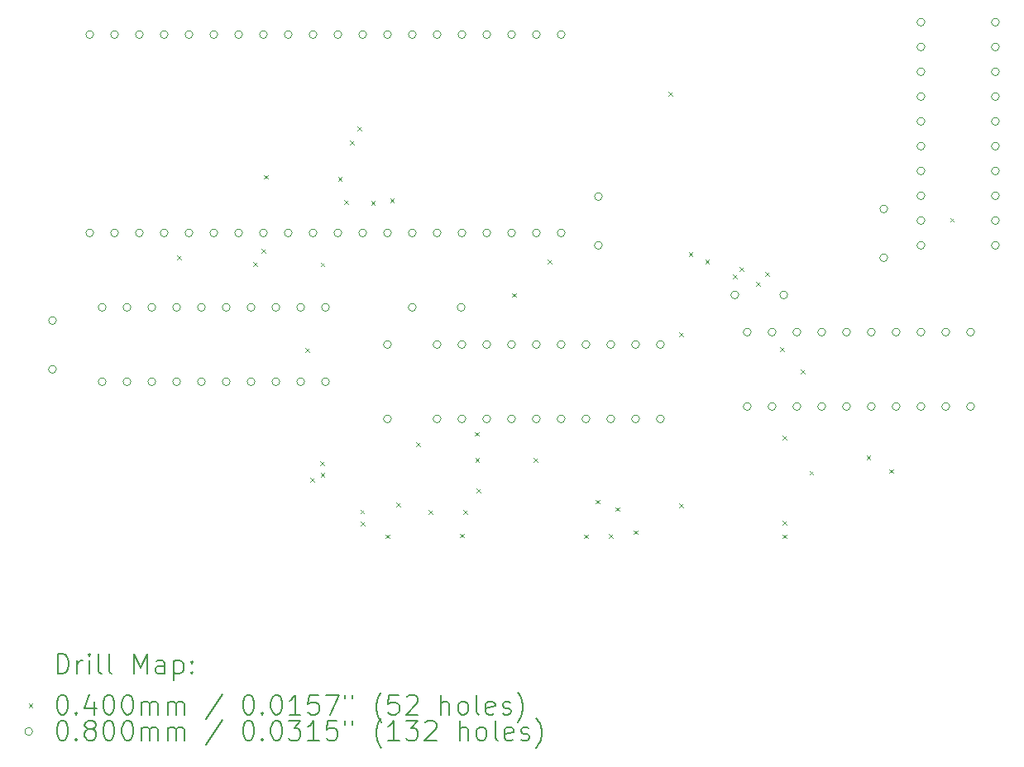
<source format=gbr>
%TF.GenerationSoftware,KiCad,Pcbnew,(6.0.9)*%
%TF.CreationDate,2023-07-19T22:39:06+02:00*%
%TF.ProjectId,Cartucho_MSX_Tang_Nano_20k_V9958,43617274-7563-4686-9f5f-4d53585f5461,rev?*%
%TF.SameCoordinates,Original*%
%TF.FileFunction,Drillmap*%
%TF.FilePolarity,Positive*%
%FSLAX45Y45*%
G04 Gerber Fmt 4.5, Leading zero omitted, Abs format (unit mm)*
G04 Created by KiCad (PCBNEW (6.0.9)) date 2023-07-19 22:39:06*
%MOMM*%
%LPD*%
G01*
G04 APERTURE LIST*
%ADD10C,0.200000*%
%ADD11C,0.040000*%
%ADD12C,0.080000*%
G04 APERTURE END LIST*
D10*
D11*
X7120200Y-10394230D02*
X7160200Y-10434230D01*
X7160200Y-10394230D02*
X7120200Y-10434230D01*
X7895360Y-10462170D02*
X7935360Y-10502170D01*
X7935360Y-10462170D02*
X7895360Y-10502170D01*
X7981050Y-10321910D02*
X8021050Y-10361910D01*
X8021050Y-10321910D02*
X7981050Y-10361910D01*
X8008630Y-9565950D02*
X8048630Y-9605950D01*
X8048630Y-9565950D02*
X8008630Y-9605950D01*
X8428870Y-11341510D02*
X8468870Y-11381510D01*
X8468870Y-11341510D02*
X8428870Y-11381510D01*
X8483590Y-12670500D02*
X8523590Y-12710500D01*
X8523590Y-12670500D02*
X8483590Y-12710500D01*
X8582640Y-12498840D02*
X8622640Y-12538840D01*
X8622640Y-12498840D02*
X8582640Y-12538840D01*
X8587390Y-10463610D02*
X8627390Y-10503610D01*
X8627390Y-10463610D02*
X8587390Y-10503610D01*
X8587410Y-12620490D02*
X8627410Y-12660490D01*
X8627410Y-12620490D02*
X8587410Y-12660490D01*
X8764510Y-9588530D02*
X8804510Y-9628530D01*
X8804510Y-9588530D02*
X8764510Y-9628530D01*
X8829220Y-9823060D02*
X8869220Y-9863060D01*
X8869220Y-9823060D02*
X8829220Y-9863060D01*
X8886630Y-9215460D02*
X8926630Y-9255460D01*
X8926630Y-9215460D02*
X8886630Y-9255460D01*
X8961380Y-9070560D02*
X9001380Y-9110560D01*
X9001380Y-9070560D02*
X8961380Y-9110560D01*
X8993180Y-12995850D02*
X9033180Y-13035850D01*
X9033180Y-12995850D02*
X8993180Y-13035850D01*
X8997730Y-13120100D02*
X9037730Y-13160100D01*
X9037730Y-13120100D02*
X8997730Y-13160100D01*
X9104080Y-9833870D02*
X9144080Y-9873870D01*
X9144080Y-9833870D02*
X9104080Y-9873870D01*
X9251000Y-13249660D02*
X9291000Y-13289660D01*
X9291000Y-13249660D02*
X9251000Y-13289660D01*
X9297780Y-9808510D02*
X9337780Y-9848510D01*
X9337780Y-9808510D02*
X9297780Y-9848510D01*
X9361550Y-12920840D02*
X9401550Y-12960840D01*
X9401550Y-12920840D02*
X9361550Y-12960840D01*
X9568010Y-12304550D02*
X9608010Y-12344550D01*
X9608010Y-12304550D02*
X9568010Y-12344550D01*
X9695020Y-13000340D02*
X9735020Y-13040340D01*
X9735020Y-13000340D02*
X9695020Y-13040340D01*
X10010840Y-13241930D02*
X10050840Y-13281930D01*
X10050840Y-13241930D02*
X10010840Y-13281930D01*
X10050120Y-13000500D02*
X10090120Y-13040500D01*
X10090120Y-13000500D02*
X10050120Y-13040500D01*
X10163200Y-12200010D02*
X10203200Y-12240010D01*
X10203200Y-12200010D02*
X10163200Y-12240010D01*
X10171480Y-12467660D02*
X10211480Y-12507660D01*
X10211480Y-12467660D02*
X10171480Y-12507660D01*
X10185640Y-12779600D02*
X10225640Y-12819600D01*
X10225640Y-12779600D02*
X10185640Y-12819600D01*
X10545290Y-10776270D02*
X10585290Y-10816270D01*
X10585290Y-10776270D02*
X10545290Y-10816270D01*
X10767140Y-12467660D02*
X10807140Y-12507660D01*
X10807140Y-12467660D02*
X10767140Y-12507660D01*
X10912430Y-10433430D02*
X10952430Y-10473430D01*
X10952430Y-10433430D02*
X10912430Y-10473430D01*
X11282060Y-13249660D02*
X11322060Y-13289660D01*
X11322060Y-13249660D02*
X11282060Y-13289660D01*
X11403630Y-12894650D02*
X11443630Y-12934650D01*
X11443630Y-12894650D02*
X11403630Y-12934650D01*
X11540100Y-13242200D02*
X11580100Y-13282200D01*
X11580100Y-13242200D02*
X11540100Y-13282200D01*
X11604070Y-12969670D02*
X11644070Y-13009670D01*
X11644070Y-12969670D02*
X11604070Y-13009670D01*
X11791000Y-13207450D02*
X11831000Y-13247450D01*
X11831000Y-13207450D02*
X11791000Y-13247450D01*
X12146740Y-8717030D02*
X12186740Y-8757030D01*
X12186740Y-8717030D02*
X12146740Y-8757030D01*
X12256640Y-11178590D02*
X12296640Y-11218590D01*
X12296640Y-11178590D02*
X12256640Y-11218590D01*
X12258590Y-12934590D02*
X12298590Y-12974590D01*
X12298590Y-12934590D02*
X12258590Y-12974590D01*
X12353850Y-10357260D02*
X12393850Y-10397260D01*
X12393850Y-10357260D02*
X12353850Y-10397260D01*
X12523750Y-10436620D02*
X12563750Y-10476620D01*
X12563750Y-10436620D02*
X12523750Y-10476620D01*
X12810490Y-10587210D02*
X12850490Y-10627210D01*
X12850490Y-10587210D02*
X12810490Y-10627210D01*
X12878200Y-10509060D02*
X12918200Y-10549060D01*
X12918200Y-10509060D02*
X12878200Y-10549060D01*
X13043330Y-10659950D02*
X13083330Y-10699950D01*
X13083330Y-10659950D02*
X13043330Y-10699950D01*
X13136260Y-10563510D02*
X13176260Y-10603510D01*
X13176260Y-10563510D02*
X13136260Y-10603510D01*
X13289290Y-11332660D02*
X13329290Y-11372660D01*
X13329290Y-11332660D02*
X13289290Y-11372660D01*
X13315000Y-13107920D02*
X13355000Y-13147920D01*
X13355000Y-13107920D02*
X13315000Y-13147920D01*
X13315000Y-13249660D02*
X13355000Y-13289660D01*
X13355000Y-13249660D02*
X13315000Y-13289660D01*
X13315240Y-12240280D02*
X13355240Y-12280280D01*
X13355240Y-12240280D02*
X13315240Y-12280280D01*
X13503670Y-11562290D02*
X13543670Y-11602290D01*
X13543670Y-11562290D02*
X13503670Y-11602290D01*
X13590700Y-12598460D02*
X13630700Y-12638460D01*
X13630700Y-12598460D02*
X13590700Y-12638460D01*
X14175270Y-12442370D02*
X14215270Y-12482370D01*
X14215270Y-12442370D02*
X14175270Y-12482370D01*
X14405800Y-12580630D02*
X14445800Y-12620630D01*
X14445800Y-12580630D02*
X14405800Y-12620630D01*
X15030170Y-10006140D02*
X15070170Y-10046140D01*
X15070170Y-10006140D02*
X15030170Y-10046140D01*
D12*
X5882000Y-11057000D02*
G75*
G03*
X5882000Y-11057000I-40000J0D01*
G01*
X5882000Y-11557000D02*
G75*
G03*
X5882000Y-11557000I-40000J0D01*
G01*
X6263000Y-8127500D02*
G75*
G03*
X6263000Y-8127500I-40000J0D01*
G01*
X6263000Y-10159500D02*
G75*
G03*
X6263000Y-10159500I-40000J0D01*
G01*
X6390500Y-10922000D02*
G75*
G03*
X6390500Y-10922000I-40000J0D01*
G01*
X6390500Y-11684000D02*
G75*
G03*
X6390500Y-11684000I-40000J0D01*
G01*
X6517000Y-8127500D02*
G75*
G03*
X6517000Y-8127500I-40000J0D01*
G01*
X6517000Y-10159500D02*
G75*
G03*
X6517000Y-10159500I-40000J0D01*
G01*
X6644500Y-10922000D02*
G75*
G03*
X6644500Y-10922000I-40000J0D01*
G01*
X6644500Y-11684000D02*
G75*
G03*
X6644500Y-11684000I-40000J0D01*
G01*
X6771000Y-8127500D02*
G75*
G03*
X6771000Y-8127500I-40000J0D01*
G01*
X6771000Y-10159500D02*
G75*
G03*
X6771000Y-10159500I-40000J0D01*
G01*
X6898500Y-10922000D02*
G75*
G03*
X6898500Y-10922000I-40000J0D01*
G01*
X6898500Y-11684000D02*
G75*
G03*
X6898500Y-11684000I-40000J0D01*
G01*
X7025000Y-8127500D02*
G75*
G03*
X7025000Y-8127500I-40000J0D01*
G01*
X7025000Y-10159500D02*
G75*
G03*
X7025000Y-10159500I-40000J0D01*
G01*
X7152500Y-10922000D02*
G75*
G03*
X7152500Y-10922000I-40000J0D01*
G01*
X7152500Y-11684000D02*
G75*
G03*
X7152500Y-11684000I-40000J0D01*
G01*
X7279000Y-8127500D02*
G75*
G03*
X7279000Y-8127500I-40000J0D01*
G01*
X7279000Y-10159500D02*
G75*
G03*
X7279000Y-10159500I-40000J0D01*
G01*
X7406500Y-10922000D02*
G75*
G03*
X7406500Y-10922000I-40000J0D01*
G01*
X7406500Y-11684000D02*
G75*
G03*
X7406500Y-11684000I-40000J0D01*
G01*
X7533000Y-8127500D02*
G75*
G03*
X7533000Y-8127500I-40000J0D01*
G01*
X7533000Y-10159500D02*
G75*
G03*
X7533000Y-10159500I-40000J0D01*
G01*
X7660500Y-10922000D02*
G75*
G03*
X7660500Y-10922000I-40000J0D01*
G01*
X7660500Y-11684000D02*
G75*
G03*
X7660500Y-11684000I-40000J0D01*
G01*
X7787000Y-8127500D02*
G75*
G03*
X7787000Y-8127500I-40000J0D01*
G01*
X7787000Y-10159500D02*
G75*
G03*
X7787000Y-10159500I-40000J0D01*
G01*
X7914500Y-10922000D02*
G75*
G03*
X7914500Y-10922000I-40000J0D01*
G01*
X7914500Y-11684000D02*
G75*
G03*
X7914500Y-11684000I-40000J0D01*
G01*
X8041000Y-8127500D02*
G75*
G03*
X8041000Y-8127500I-40000J0D01*
G01*
X8041000Y-10159500D02*
G75*
G03*
X8041000Y-10159500I-40000J0D01*
G01*
X8168500Y-10922000D02*
G75*
G03*
X8168500Y-10922000I-40000J0D01*
G01*
X8168500Y-11684000D02*
G75*
G03*
X8168500Y-11684000I-40000J0D01*
G01*
X8295000Y-8127500D02*
G75*
G03*
X8295000Y-8127500I-40000J0D01*
G01*
X8295000Y-10159500D02*
G75*
G03*
X8295000Y-10159500I-40000J0D01*
G01*
X8422500Y-10922000D02*
G75*
G03*
X8422500Y-10922000I-40000J0D01*
G01*
X8422500Y-11684000D02*
G75*
G03*
X8422500Y-11684000I-40000J0D01*
G01*
X8549000Y-8127500D02*
G75*
G03*
X8549000Y-8127500I-40000J0D01*
G01*
X8549000Y-10159500D02*
G75*
G03*
X8549000Y-10159500I-40000J0D01*
G01*
X8676500Y-10922000D02*
G75*
G03*
X8676500Y-10922000I-40000J0D01*
G01*
X8676500Y-11684000D02*
G75*
G03*
X8676500Y-11684000I-40000J0D01*
G01*
X8803000Y-8127500D02*
G75*
G03*
X8803000Y-8127500I-40000J0D01*
G01*
X8803000Y-10159500D02*
G75*
G03*
X8803000Y-10159500I-40000J0D01*
G01*
X9057000Y-8127500D02*
G75*
G03*
X9057000Y-8127500I-40000J0D01*
G01*
X9057000Y-10159500D02*
G75*
G03*
X9057000Y-10159500I-40000J0D01*
G01*
X9311000Y-8127500D02*
G75*
G03*
X9311000Y-8127500I-40000J0D01*
G01*
X9311000Y-10159500D02*
G75*
G03*
X9311000Y-10159500I-40000J0D01*
G01*
X9311000Y-11303000D02*
G75*
G03*
X9311000Y-11303000I-40000J0D01*
G01*
X9311000Y-12065000D02*
G75*
G03*
X9311000Y-12065000I-40000J0D01*
G01*
X9565000Y-8127500D02*
G75*
G03*
X9565000Y-8127500I-40000J0D01*
G01*
X9565000Y-10159500D02*
G75*
G03*
X9565000Y-10159500I-40000J0D01*
G01*
X9565000Y-10922000D02*
G75*
G03*
X9565000Y-10922000I-40000J0D01*
G01*
X9819000Y-8127500D02*
G75*
G03*
X9819000Y-8127500I-40000J0D01*
G01*
X9819000Y-10159500D02*
G75*
G03*
X9819000Y-10159500I-40000J0D01*
G01*
X9819000Y-11303000D02*
G75*
G03*
X9819000Y-11303000I-40000J0D01*
G01*
X9819000Y-12065000D02*
G75*
G03*
X9819000Y-12065000I-40000J0D01*
G01*
X10065000Y-10922000D02*
G75*
G03*
X10065000Y-10922000I-40000J0D01*
G01*
X10073000Y-8127500D02*
G75*
G03*
X10073000Y-8127500I-40000J0D01*
G01*
X10073000Y-10159500D02*
G75*
G03*
X10073000Y-10159500I-40000J0D01*
G01*
X10073000Y-11303000D02*
G75*
G03*
X10073000Y-11303000I-40000J0D01*
G01*
X10073000Y-12065000D02*
G75*
G03*
X10073000Y-12065000I-40000J0D01*
G01*
X10327000Y-8127500D02*
G75*
G03*
X10327000Y-8127500I-40000J0D01*
G01*
X10327000Y-10159500D02*
G75*
G03*
X10327000Y-10159500I-40000J0D01*
G01*
X10327000Y-11303000D02*
G75*
G03*
X10327000Y-11303000I-40000J0D01*
G01*
X10327000Y-12065000D02*
G75*
G03*
X10327000Y-12065000I-40000J0D01*
G01*
X10581000Y-8127500D02*
G75*
G03*
X10581000Y-8127500I-40000J0D01*
G01*
X10581000Y-10159500D02*
G75*
G03*
X10581000Y-10159500I-40000J0D01*
G01*
X10581000Y-11303000D02*
G75*
G03*
X10581000Y-11303000I-40000J0D01*
G01*
X10581000Y-12065000D02*
G75*
G03*
X10581000Y-12065000I-40000J0D01*
G01*
X10835000Y-8127500D02*
G75*
G03*
X10835000Y-8127500I-40000J0D01*
G01*
X10835000Y-10159500D02*
G75*
G03*
X10835000Y-10159500I-40000J0D01*
G01*
X10835000Y-11303000D02*
G75*
G03*
X10835000Y-11303000I-40000J0D01*
G01*
X10835000Y-12065000D02*
G75*
G03*
X10835000Y-12065000I-40000J0D01*
G01*
X11089000Y-8127500D02*
G75*
G03*
X11089000Y-8127500I-40000J0D01*
G01*
X11089000Y-10159500D02*
G75*
G03*
X11089000Y-10159500I-40000J0D01*
G01*
X11089000Y-11303000D02*
G75*
G03*
X11089000Y-11303000I-40000J0D01*
G01*
X11089000Y-12065000D02*
G75*
G03*
X11089000Y-12065000I-40000J0D01*
G01*
X11343000Y-11303000D02*
G75*
G03*
X11343000Y-11303000I-40000J0D01*
G01*
X11343000Y-12065000D02*
G75*
G03*
X11343000Y-12065000I-40000J0D01*
G01*
X11470000Y-9787000D02*
G75*
G03*
X11470000Y-9787000I-40000J0D01*
G01*
X11470000Y-10287000D02*
G75*
G03*
X11470000Y-10287000I-40000J0D01*
G01*
X11597000Y-11303000D02*
G75*
G03*
X11597000Y-11303000I-40000J0D01*
G01*
X11597000Y-12065000D02*
G75*
G03*
X11597000Y-12065000I-40000J0D01*
G01*
X11851000Y-11303000D02*
G75*
G03*
X11851000Y-11303000I-40000J0D01*
G01*
X11851000Y-12065000D02*
G75*
G03*
X11851000Y-12065000I-40000J0D01*
G01*
X12105000Y-11303000D02*
G75*
G03*
X12105000Y-11303000I-40000J0D01*
G01*
X12105000Y-12065000D02*
G75*
G03*
X12105000Y-12065000I-40000J0D01*
G01*
X12867000Y-10795000D02*
G75*
G03*
X12867000Y-10795000I-40000J0D01*
G01*
X12994000Y-11176000D02*
G75*
G03*
X12994000Y-11176000I-40000J0D01*
G01*
X12994000Y-11938000D02*
G75*
G03*
X12994000Y-11938000I-40000J0D01*
G01*
X13248000Y-11176000D02*
G75*
G03*
X13248000Y-11176000I-40000J0D01*
G01*
X13248000Y-11938000D02*
G75*
G03*
X13248000Y-11938000I-40000J0D01*
G01*
X13367000Y-10795000D02*
G75*
G03*
X13367000Y-10795000I-40000J0D01*
G01*
X13502000Y-11176000D02*
G75*
G03*
X13502000Y-11176000I-40000J0D01*
G01*
X13502000Y-11938000D02*
G75*
G03*
X13502000Y-11938000I-40000J0D01*
G01*
X13756000Y-11176000D02*
G75*
G03*
X13756000Y-11176000I-40000J0D01*
G01*
X13756000Y-11938000D02*
G75*
G03*
X13756000Y-11938000I-40000J0D01*
G01*
X14010000Y-11176000D02*
G75*
G03*
X14010000Y-11176000I-40000J0D01*
G01*
X14010000Y-11938000D02*
G75*
G03*
X14010000Y-11938000I-40000J0D01*
G01*
X14264000Y-11176000D02*
G75*
G03*
X14264000Y-11176000I-40000J0D01*
G01*
X14264000Y-11938000D02*
G75*
G03*
X14264000Y-11938000I-40000J0D01*
G01*
X14391000Y-9914000D02*
G75*
G03*
X14391000Y-9914000I-40000J0D01*
G01*
X14391000Y-10414000D02*
G75*
G03*
X14391000Y-10414000I-40000J0D01*
G01*
X14518000Y-11176000D02*
G75*
G03*
X14518000Y-11176000I-40000J0D01*
G01*
X14518000Y-11938000D02*
G75*
G03*
X14518000Y-11938000I-40000J0D01*
G01*
X14772000Y-8001000D02*
G75*
G03*
X14772000Y-8001000I-40000J0D01*
G01*
X14772000Y-8255000D02*
G75*
G03*
X14772000Y-8255000I-40000J0D01*
G01*
X14772000Y-8509000D02*
G75*
G03*
X14772000Y-8509000I-40000J0D01*
G01*
X14772000Y-8763000D02*
G75*
G03*
X14772000Y-8763000I-40000J0D01*
G01*
X14772000Y-9017000D02*
G75*
G03*
X14772000Y-9017000I-40000J0D01*
G01*
X14772000Y-9271000D02*
G75*
G03*
X14772000Y-9271000I-40000J0D01*
G01*
X14772000Y-9525000D02*
G75*
G03*
X14772000Y-9525000I-40000J0D01*
G01*
X14772000Y-9779000D02*
G75*
G03*
X14772000Y-9779000I-40000J0D01*
G01*
X14772000Y-10033000D02*
G75*
G03*
X14772000Y-10033000I-40000J0D01*
G01*
X14772000Y-10287000D02*
G75*
G03*
X14772000Y-10287000I-40000J0D01*
G01*
X14772000Y-11176000D02*
G75*
G03*
X14772000Y-11176000I-40000J0D01*
G01*
X14772000Y-11938000D02*
G75*
G03*
X14772000Y-11938000I-40000J0D01*
G01*
X15026000Y-11176000D02*
G75*
G03*
X15026000Y-11176000I-40000J0D01*
G01*
X15026000Y-11938000D02*
G75*
G03*
X15026000Y-11938000I-40000J0D01*
G01*
X15280000Y-11176000D02*
G75*
G03*
X15280000Y-11176000I-40000J0D01*
G01*
X15280000Y-11938000D02*
G75*
G03*
X15280000Y-11938000I-40000J0D01*
G01*
X15534000Y-8001000D02*
G75*
G03*
X15534000Y-8001000I-40000J0D01*
G01*
X15534000Y-8255000D02*
G75*
G03*
X15534000Y-8255000I-40000J0D01*
G01*
X15534000Y-8509000D02*
G75*
G03*
X15534000Y-8509000I-40000J0D01*
G01*
X15534000Y-8763000D02*
G75*
G03*
X15534000Y-8763000I-40000J0D01*
G01*
X15534000Y-9017000D02*
G75*
G03*
X15534000Y-9017000I-40000J0D01*
G01*
X15534000Y-9271000D02*
G75*
G03*
X15534000Y-9271000I-40000J0D01*
G01*
X15534000Y-9525000D02*
G75*
G03*
X15534000Y-9525000I-40000J0D01*
G01*
X15534000Y-9779000D02*
G75*
G03*
X15534000Y-9779000I-40000J0D01*
G01*
X15534000Y-10033000D02*
G75*
G03*
X15534000Y-10033000I-40000J0D01*
G01*
X15534000Y-10287000D02*
G75*
G03*
X15534000Y-10287000I-40000J0D01*
G01*
D10*
X5896419Y-14674176D02*
X5896419Y-14474176D01*
X5944038Y-14474176D01*
X5972609Y-14483700D01*
X5991657Y-14502748D01*
X6001181Y-14521795D01*
X6010705Y-14559890D01*
X6010705Y-14588462D01*
X6001181Y-14626557D01*
X5991657Y-14645605D01*
X5972609Y-14664652D01*
X5944038Y-14674176D01*
X5896419Y-14674176D01*
X6096419Y-14674176D02*
X6096419Y-14540843D01*
X6096419Y-14578938D02*
X6105943Y-14559890D01*
X6115467Y-14550367D01*
X6134514Y-14540843D01*
X6153562Y-14540843D01*
X6220228Y-14674176D02*
X6220228Y-14540843D01*
X6220228Y-14474176D02*
X6210705Y-14483700D01*
X6220228Y-14493224D01*
X6229752Y-14483700D01*
X6220228Y-14474176D01*
X6220228Y-14493224D01*
X6344038Y-14674176D02*
X6324990Y-14664652D01*
X6315467Y-14645605D01*
X6315467Y-14474176D01*
X6448800Y-14674176D02*
X6429752Y-14664652D01*
X6420228Y-14645605D01*
X6420228Y-14474176D01*
X6677371Y-14674176D02*
X6677371Y-14474176D01*
X6744038Y-14617033D01*
X6810705Y-14474176D01*
X6810705Y-14674176D01*
X6991657Y-14674176D02*
X6991657Y-14569414D01*
X6982133Y-14550367D01*
X6963086Y-14540843D01*
X6924990Y-14540843D01*
X6905943Y-14550367D01*
X6991657Y-14664652D02*
X6972609Y-14674176D01*
X6924990Y-14674176D01*
X6905943Y-14664652D01*
X6896419Y-14645605D01*
X6896419Y-14626557D01*
X6905943Y-14607509D01*
X6924990Y-14597986D01*
X6972609Y-14597986D01*
X6991657Y-14588462D01*
X7086895Y-14540843D02*
X7086895Y-14740843D01*
X7086895Y-14550367D02*
X7105943Y-14540843D01*
X7144038Y-14540843D01*
X7163086Y-14550367D01*
X7172609Y-14559890D01*
X7182133Y-14578938D01*
X7182133Y-14636081D01*
X7172609Y-14655128D01*
X7163086Y-14664652D01*
X7144038Y-14674176D01*
X7105943Y-14674176D01*
X7086895Y-14664652D01*
X7267848Y-14655128D02*
X7277371Y-14664652D01*
X7267848Y-14674176D01*
X7258324Y-14664652D01*
X7267848Y-14655128D01*
X7267848Y-14674176D01*
X7267848Y-14550367D02*
X7277371Y-14559890D01*
X7267848Y-14569414D01*
X7258324Y-14559890D01*
X7267848Y-14550367D01*
X7267848Y-14569414D01*
D11*
X5598800Y-14983700D02*
X5638800Y-15023700D01*
X5638800Y-14983700D02*
X5598800Y-15023700D01*
D10*
X5934514Y-14894176D02*
X5953562Y-14894176D01*
X5972609Y-14903700D01*
X5982133Y-14913224D01*
X5991657Y-14932271D01*
X6001181Y-14970367D01*
X6001181Y-15017986D01*
X5991657Y-15056081D01*
X5982133Y-15075128D01*
X5972609Y-15084652D01*
X5953562Y-15094176D01*
X5934514Y-15094176D01*
X5915467Y-15084652D01*
X5905943Y-15075128D01*
X5896419Y-15056081D01*
X5886895Y-15017986D01*
X5886895Y-14970367D01*
X5896419Y-14932271D01*
X5905943Y-14913224D01*
X5915467Y-14903700D01*
X5934514Y-14894176D01*
X6086895Y-15075128D02*
X6096419Y-15084652D01*
X6086895Y-15094176D01*
X6077371Y-15084652D01*
X6086895Y-15075128D01*
X6086895Y-15094176D01*
X6267848Y-14960843D02*
X6267848Y-15094176D01*
X6220228Y-14884652D02*
X6172609Y-15027509D01*
X6296419Y-15027509D01*
X6410705Y-14894176D02*
X6429752Y-14894176D01*
X6448800Y-14903700D01*
X6458324Y-14913224D01*
X6467848Y-14932271D01*
X6477371Y-14970367D01*
X6477371Y-15017986D01*
X6467848Y-15056081D01*
X6458324Y-15075128D01*
X6448800Y-15084652D01*
X6429752Y-15094176D01*
X6410705Y-15094176D01*
X6391657Y-15084652D01*
X6382133Y-15075128D01*
X6372609Y-15056081D01*
X6363086Y-15017986D01*
X6363086Y-14970367D01*
X6372609Y-14932271D01*
X6382133Y-14913224D01*
X6391657Y-14903700D01*
X6410705Y-14894176D01*
X6601181Y-14894176D02*
X6620228Y-14894176D01*
X6639276Y-14903700D01*
X6648800Y-14913224D01*
X6658324Y-14932271D01*
X6667848Y-14970367D01*
X6667848Y-15017986D01*
X6658324Y-15056081D01*
X6648800Y-15075128D01*
X6639276Y-15084652D01*
X6620228Y-15094176D01*
X6601181Y-15094176D01*
X6582133Y-15084652D01*
X6572609Y-15075128D01*
X6563086Y-15056081D01*
X6553562Y-15017986D01*
X6553562Y-14970367D01*
X6563086Y-14932271D01*
X6572609Y-14913224D01*
X6582133Y-14903700D01*
X6601181Y-14894176D01*
X6753562Y-15094176D02*
X6753562Y-14960843D01*
X6753562Y-14979890D02*
X6763086Y-14970367D01*
X6782133Y-14960843D01*
X6810705Y-14960843D01*
X6829752Y-14970367D01*
X6839276Y-14989414D01*
X6839276Y-15094176D01*
X6839276Y-14989414D02*
X6848800Y-14970367D01*
X6867848Y-14960843D01*
X6896419Y-14960843D01*
X6915467Y-14970367D01*
X6924990Y-14989414D01*
X6924990Y-15094176D01*
X7020228Y-15094176D02*
X7020228Y-14960843D01*
X7020228Y-14979890D02*
X7029752Y-14970367D01*
X7048800Y-14960843D01*
X7077371Y-14960843D01*
X7096419Y-14970367D01*
X7105943Y-14989414D01*
X7105943Y-15094176D01*
X7105943Y-14989414D02*
X7115467Y-14970367D01*
X7134514Y-14960843D01*
X7163086Y-14960843D01*
X7182133Y-14970367D01*
X7191657Y-14989414D01*
X7191657Y-15094176D01*
X7582133Y-14884652D02*
X7410705Y-15141795D01*
X7839276Y-14894176D02*
X7858324Y-14894176D01*
X7877371Y-14903700D01*
X7886895Y-14913224D01*
X7896419Y-14932271D01*
X7905943Y-14970367D01*
X7905943Y-15017986D01*
X7896419Y-15056081D01*
X7886895Y-15075128D01*
X7877371Y-15084652D01*
X7858324Y-15094176D01*
X7839276Y-15094176D01*
X7820228Y-15084652D01*
X7810705Y-15075128D01*
X7801181Y-15056081D01*
X7791657Y-15017986D01*
X7791657Y-14970367D01*
X7801181Y-14932271D01*
X7810705Y-14913224D01*
X7820228Y-14903700D01*
X7839276Y-14894176D01*
X7991657Y-15075128D02*
X8001181Y-15084652D01*
X7991657Y-15094176D01*
X7982133Y-15084652D01*
X7991657Y-15075128D01*
X7991657Y-15094176D01*
X8124990Y-14894176D02*
X8144038Y-14894176D01*
X8163086Y-14903700D01*
X8172609Y-14913224D01*
X8182133Y-14932271D01*
X8191657Y-14970367D01*
X8191657Y-15017986D01*
X8182133Y-15056081D01*
X8172609Y-15075128D01*
X8163086Y-15084652D01*
X8144038Y-15094176D01*
X8124990Y-15094176D01*
X8105943Y-15084652D01*
X8096419Y-15075128D01*
X8086895Y-15056081D01*
X8077371Y-15017986D01*
X8077371Y-14970367D01*
X8086895Y-14932271D01*
X8096419Y-14913224D01*
X8105943Y-14903700D01*
X8124990Y-14894176D01*
X8382133Y-15094176D02*
X8267848Y-15094176D01*
X8324990Y-15094176D02*
X8324990Y-14894176D01*
X8305943Y-14922748D01*
X8286895Y-14941795D01*
X8267848Y-14951319D01*
X8563086Y-14894176D02*
X8467848Y-14894176D01*
X8458324Y-14989414D01*
X8467848Y-14979890D01*
X8486895Y-14970367D01*
X8534514Y-14970367D01*
X8553562Y-14979890D01*
X8563086Y-14989414D01*
X8572610Y-15008462D01*
X8572610Y-15056081D01*
X8563086Y-15075128D01*
X8553562Y-15084652D01*
X8534514Y-15094176D01*
X8486895Y-15094176D01*
X8467848Y-15084652D01*
X8458324Y-15075128D01*
X8639276Y-14894176D02*
X8772610Y-14894176D01*
X8686895Y-15094176D01*
X8839276Y-14894176D02*
X8839276Y-14932271D01*
X8915467Y-14894176D02*
X8915467Y-14932271D01*
X9210705Y-15170367D02*
X9201181Y-15160843D01*
X9182133Y-15132271D01*
X9172610Y-15113224D01*
X9163086Y-15084652D01*
X9153562Y-15037033D01*
X9153562Y-14998938D01*
X9163086Y-14951319D01*
X9172610Y-14922748D01*
X9182133Y-14903700D01*
X9201181Y-14875128D01*
X9210705Y-14865605D01*
X9382133Y-14894176D02*
X9286895Y-14894176D01*
X9277371Y-14989414D01*
X9286895Y-14979890D01*
X9305943Y-14970367D01*
X9353562Y-14970367D01*
X9372610Y-14979890D01*
X9382133Y-14989414D01*
X9391657Y-15008462D01*
X9391657Y-15056081D01*
X9382133Y-15075128D01*
X9372610Y-15084652D01*
X9353562Y-15094176D01*
X9305943Y-15094176D01*
X9286895Y-15084652D01*
X9277371Y-15075128D01*
X9467848Y-14913224D02*
X9477371Y-14903700D01*
X9496419Y-14894176D01*
X9544038Y-14894176D01*
X9563086Y-14903700D01*
X9572610Y-14913224D01*
X9582133Y-14932271D01*
X9582133Y-14951319D01*
X9572610Y-14979890D01*
X9458324Y-15094176D01*
X9582133Y-15094176D01*
X9820229Y-15094176D02*
X9820229Y-14894176D01*
X9905943Y-15094176D02*
X9905943Y-14989414D01*
X9896419Y-14970367D01*
X9877371Y-14960843D01*
X9848800Y-14960843D01*
X9829752Y-14970367D01*
X9820229Y-14979890D01*
X10029752Y-15094176D02*
X10010705Y-15084652D01*
X10001181Y-15075128D01*
X9991657Y-15056081D01*
X9991657Y-14998938D01*
X10001181Y-14979890D01*
X10010705Y-14970367D01*
X10029752Y-14960843D01*
X10058324Y-14960843D01*
X10077371Y-14970367D01*
X10086895Y-14979890D01*
X10096419Y-14998938D01*
X10096419Y-15056081D01*
X10086895Y-15075128D01*
X10077371Y-15084652D01*
X10058324Y-15094176D01*
X10029752Y-15094176D01*
X10210705Y-15094176D02*
X10191657Y-15084652D01*
X10182133Y-15065605D01*
X10182133Y-14894176D01*
X10363086Y-15084652D02*
X10344038Y-15094176D01*
X10305943Y-15094176D01*
X10286895Y-15084652D01*
X10277371Y-15065605D01*
X10277371Y-14989414D01*
X10286895Y-14970367D01*
X10305943Y-14960843D01*
X10344038Y-14960843D01*
X10363086Y-14970367D01*
X10372610Y-14989414D01*
X10372610Y-15008462D01*
X10277371Y-15027509D01*
X10448800Y-15084652D02*
X10467848Y-15094176D01*
X10505943Y-15094176D01*
X10524990Y-15084652D01*
X10534514Y-15065605D01*
X10534514Y-15056081D01*
X10524990Y-15037033D01*
X10505943Y-15027509D01*
X10477371Y-15027509D01*
X10458324Y-15017986D01*
X10448800Y-14998938D01*
X10448800Y-14989414D01*
X10458324Y-14970367D01*
X10477371Y-14960843D01*
X10505943Y-14960843D01*
X10524990Y-14970367D01*
X10601181Y-15170367D02*
X10610705Y-15160843D01*
X10629752Y-15132271D01*
X10639276Y-15113224D01*
X10648800Y-15084652D01*
X10658324Y-15037033D01*
X10658324Y-14998938D01*
X10648800Y-14951319D01*
X10639276Y-14922748D01*
X10629752Y-14903700D01*
X10610705Y-14875128D01*
X10601181Y-14865605D01*
D12*
X5638800Y-15267700D02*
G75*
G03*
X5638800Y-15267700I-40000J0D01*
G01*
D10*
X5934514Y-15158176D02*
X5953562Y-15158176D01*
X5972609Y-15167700D01*
X5982133Y-15177224D01*
X5991657Y-15196271D01*
X6001181Y-15234367D01*
X6001181Y-15281986D01*
X5991657Y-15320081D01*
X5982133Y-15339128D01*
X5972609Y-15348652D01*
X5953562Y-15358176D01*
X5934514Y-15358176D01*
X5915467Y-15348652D01*
X5905943Y-15339128D01*
X5896419Y-15320081D01*
X5886895Y-15281986D01*
X5886895Y-15234367D01*
X5896419Y-15196271D01*
X5905943Y-15177224D01*
X5915467Y-15167700D01*
X5934514Y-15158176D01*
X6086895Y-15339128D02*
X6096419Y-15348652D01*
X6086895Y-15358176D01*
X6077371Y-15348652D01*
X6086895Y-15339128D01*
X6086895Y-15358176D01*
X6210705Y-15243890D02*
X6191657Y-15234367D01*
X6182133Y-15224843D01*
X6172609Y-15205795D01*
X6172609Y-15196271D01*
X6182133Y-15177224D01*
X6191657Y-15167700D01*
X6210705Y-15158176D01*
X6248800Y-15158176D01*
X6267848Y-15167700D01*
X6277371Y-15177224D01*
X6286895Y-15196271D01*
X6286895Y-15205795D01*
X6277371Y-15224843D01*
X6267848Y-15234367D01*
X6248800Y-15243890D01*
X6210705Y-15243890D01*
X6191657Y-15253414D01*
X6182133Y-15262938D01*
X6172609Y-15281986D01*
X6172609Y-15320081D01*
X6182133Y-15339128D01*
X6191657Y-15348652D01*
X6210705Y-15358176D01*
X6248800Y-15358176D01*
X6267848Y-15348652D01*
X6277371Y-15339128D01*
X6286895Y-15320081D01*
X6286895Y-15281986D01*
X6277371Y-15262938D01*
X6267848Y-15253414D01*
X6248800Y-15243890D01*
X6410705Y-15158176D02*
X6429752Y-15158176D01*
X6448800Y-15167700D01*
X6458324Y-15177224D01*
X6467848Y-15196271D01*
X6477371Y-15234367D01*
X6477371Y-15281986D01*
X6467848Y-15320081D01*
X6458324Y-15339128D01*
X6448800Y-15348652D01*
X6429752Y-15358176D01*
X6410705Y-15358176D01*
X6391657Y-15348652D01*
X6382133Y-15339128D01*
X6372609Y-15320081D01*
X6363086Y-15281986D01*
X6363086Y-15234367D01*
X6372609Y-15196271D01*
X6382133Y-15177224D01*
X6391657Y-15167700D01*
X6410705Y-15158176D01*
X6601181Y-15158176D02*
X6620228Y-15158176D01*
X6639276Y-15167700D01*
X6648800Y-15177224D01*
X6658324Y-15196271D01*
X6667848Y-15234367D01*
X6667848Y-15281986D01*
X6658324Y-15320081D01*
X6648800Y-15339128D01*
X6639276Y-15348652D01*
X6620228Y-15358176D01*
X6601181Y-15358176D01*
X6582133Y-15348652D01*
X6572609Y-15339128D01*
X6563086Y-15320081D01*
X6553562Y-15281986D01*
X6553562Y-15234367D01*
X6563086Y-15196271D01*
X6572609Y-15177224D01*
X6582133Y-15167700D01*
X6601181Y-15158176D01*
X6753562Y-15358176D02*
X6753562Y-15224843D01*
X6753562Y-15243890D02*
X6763086Y-15234367D01*
X6782133Y-15224843D01*
X6810705Y-15224843D01*
X6829752Y-15234367D01*
X6839276Y-15253414D01*
X6839276Y-15358176D01*
X6839276Y-15253414D02*
X6848800Y-15234367D01*
X6867848Y-15224843D01*
X6896419Y-15224843D01*
X6915467Y-15234367D01*
X6924990Y-15253414D01*
X6924990Y-15358176D01*
X7020228Y-15358176D02*
X7020228Y-15224843D01*
X7020228Y-15243890D02*
X7029752Y-15234367D01*
X7048800Y-15224843D01*
X7077371Y-15224843D01*
X7096419Y-15234367D01*
X7105943Y-15253414D01*
X7105943Y-15358176D01*
X7105943Y-15253414D02*
X7115467Y-15234367D01*
X7134514Y-15224843D01*
X7163086Y-15224843D01*
X7182133Y-15234367D01*
X7191657Y-15253414D01*
X7191657Y-15358176D01*
X7582133Y-15148652D02*
X7410705Y-15405795D01*
X7839276Y-15158176D02*
X7858324Y-15158176D01*
X7877371Y-15167700D01*
X7886895Y-15177224D01*
X7896419Y-15196271D01*
X7905943Y-15234367D01*
X7905943Y-15281986D01*
X7896419Y-15320081D01*
X7886895Y-15339128D01*
X7877371Y-15348652D01*
X7858324Y-15358176D01*
X7839276Y-15358176D01*
X7820228Y-15348652D01*
X7810705Y-15339128D01*
X7801181Y-15320081D01*
X7791657Y-15281986D01*
X7791657Y-15234367D01*
X7801181Y-15196271D01*
X7810705Y-15177224D01*
X7820228Y-15167700D01*
X7839276Y-15158176D01*
X7991657Y-15339128D02*
X8001181Y-15348652D01*
X7991657Y-15358176D01*
X7982133Y-15348652D01*
X7991657Y-15339128D01*
X7991657Y-15358176D01*
X8124990Y-15158176D02*
X8144038Y-15158176D01*
X8163086Y-15167700D01*
X8172609Y-15177224D01*
X8182133Y-15196271D01*
X8191657Y-15234367D01*
X8191657Y-15281986D01*
X8182133Y-15320081D01*
X8172609Y-15339128D01*
X8163086Y-15348652D01*
X8144038Y-15358176D01*
X8124990Y-15358176D01*
X8105943Y-15348652D01*
X8096419Y-15339128D01*
X8086895Y-15320081D01*
X8077371Y-15281986D01*
X8077371Y-15234367D01*
X8086895Y-15196271D01*
X8096419Y-15177224D01*
X8105943Y-15167700D01*
X8124990Y-15158176D01*
X8258324Y-15158176D02*
X8382133Y-15158176D01*
X8315467Y-15234367D01*
X8344038Y-15234367D01*
X8363086Y-15243890D01*
X8372609Y-15253414D01*
X8382133Y-15272462D01*
X8382133Y-15320081D01*
X8372609Y-15339128D01*
X8363086Y-15348652D01*
X8344038Y-15358176D01*
X8286895Y-15358176D01*
X8267848Y-15348652D01*
X8258324Y-15339128D01*
X8572610Y-15358176D02*
X8458324Y-15358176D01*
X8515467Y-15358176D02*
X8515467Y-15158176D01*
X8496419Y-15186748D01*
X8477371Y-15205795D01*
X8458324Y-15215319D01*
X8753562Y-15158176D02*
X8658324Y-15158176D01*
X8648800Y-15253414D01*
X8658324Y-15243890D01*
X8677371Y-15234367D01*
X8724990Y-15234367D01*
X8744038Y-15243890D01*
X8753562Y-15253414D01*
X8763086Y-15272462D01*
X8763086Y-15320081D01*
X8753562Y-15339128D01*
X8744038Y-15348652D01*
X8724990Y-15358176D01*
X8677371Y-15358176D01*
X8658324Y-15348652D01*
X8648800Y-15339128D01*
X8839276Y-15158176D02*
X8839276Y-15196271D01*
X8915467Y-15158176D02*
X8915467Y-15196271D01*
X9210705Y-15434367D02*
X9201181Y-15424843D01*
X9182133Y-15396271D01*
X9172610Y-15377224D01*
X9163086Y-15348652D01*
X9153562Y-15301033D01*
X9153562Y-15262938D01*
X9163086Y-15215319D01*
X9172610Y-15186748D01*
X9182133Y-15167700D01*
X9201181Y-15139128D01*
X9210705Y-15129605D01*
X9391657Y-15358176D02*
X9277371Y-15358176D01*
X9334514Y-15358176D02*
X9334514Y-15158176D01*
X9315467Y-15186748D01*
X9296419Y-15205795D01*
X9277371Y-15215319D01*
X9458324Y-15158176D02*
X9582133Y-15158176D01*
X9515467Y-15234367D01*
X9544038Y-15234367D01*
X9563086Y-15243890D01*
X9572610Y-15253414D01*
X9582133Y-15272462D01*
X9582133Y-15320081D01*
X9572610Y-15339128D01*
X9563086Y-15348652D01*
X9544038Y-15358176D01*
X9486895Y-15358176D01*
X9467848Y-15348652D01*
X9458324Y-15339128D01*
X9658324Y-15177224D02*
X9667848Y-15167700D01*
X9686895Y-15158176D01*
X9734514Y-15158176D01*
X9753562Y-15167700D01*
X9763086Y-15177224D01*
X9772610Y-15196271D01*
X9772610Y-15215319D01*
X9763086Y-15243890D01*
X9648800Y-15358176D01*
X9772610Y-15358176D01*
X10010705Y-15358176D02*
X10010705Y-15158176D01*
X10096419Y-15358176D02*
X10096419Y-15253414D01*
X10086895Y-15234367D01*
X10067848Y-15224843D01*
X10039276Y-15224843D01*
X10020229Y-15234367D01*
X10010705Y-15243890D01*
X10220229Y-15358176D02*
X10201181Y-15348652D01*
X10191657Y-15339128D01*
X10182133Y-15320081D01*
X10182133Y-15262938D01*
X10191657Y-15243890D01*
X10201181Y-15234367D01*
X10220229Y-15224843D01*
X10248800Y-15224843D01*
X10267848Y-15234367D01*
X10277371Y-15243890D01*
X10286895Y-15262938D01*
X10286895Y-15320081D01*
X10277371Y-15339128D01*
X10267848Y-15348652D01*
X10248800Y-15358176D01*
X10220229Y-15358176D01*
X10401181Y-15358176D02*
X10382133Y-15348652D01*
X10372610Y-15329605D01*
X10372610Y-15158176D01*
X10553562Y-15348652D02*
X10534514Y-15358176D01*
X10496419Y-15358176D01*
X10477371Y-15348652D01*
X10467848Y-15329605D01*
X10467848Y-15253414D01*
X10477371Y-15234367D01*
X10496419Y-15224843D01*
X10534514Y-15224843D01*
X10553562Y-15234367D01*
X10563086Y-15253414D01*
X10563086Y-15272462D01*
X10467848Y-15291509D01*
X10639276Y-15348652D02*
X10658324Y-15358176D01*
X10696419Y-15358176D01*
X10715467Y-15348652D01*
X10724990Y-15329605D01*
X10724990Y-15320081D01*
X10715467Y-15301033D01*
X10696419Y-15291509D01*
X10667848Y-15291509D01*
X10648800Y-15281986D01*
X10639276Y-15262938D01*
X10639276Y-15253414D01*
X10648800Y-15234367D01*
X10667848Y-15224843D01*
X10696419Y-15224843D01*
X10715467Y-15234367D01*
X10791657Y-15434367D02*
X10801181Y-15424843D01*
X10820229Y-15396271D01*
X10829752Y-15377224D01*
X10839276Y-15348652D01*
X10848800Y-15301033D01*
X10848800Y-15262938D01*
X10839276Y-15215319D01*
X10829752Y-15186748D01*
X10820229Y-15167700D01*
X10801181Y-15139128D01*
X10791657Y-15129605D01*
M02*

</source>
